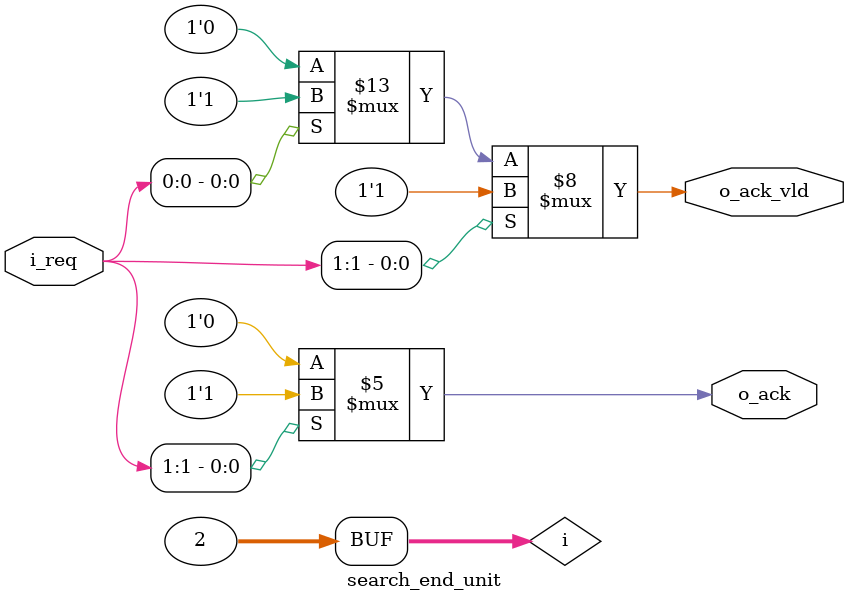
<source format=v>
`default_nettype none
`include "constants.vh"

module search_begin_unit #(
    parameter REQ_NUM = 2,
    parameter ACK_SEL = 1
)(
    input  wire [REQ_NUM-1:0] i_req,
    output reg                o_ack_vld,
    output reg  [ACK_SEL-1:0] o_ack
);

    integer i;

    // Lower bit have higher priority
    always @(*) begin
        o_ack_vld = 'd0;
        o_ack     = 'd0;
        for (i = REQ_NUM - 1; i >= 0; i = i - 1) begin
            if (i_req[i]) begin
                o_ack_vld = 'd1;
                o_ack     = i;
            end
            // Generate latch
        end
    end

endmodule

module search_end_unit #(
    parameter REQ_NUM = 2,
    parameter ACK_SEL = 1
)(
    input  wire [REQ_NUM-1:0] i_req,
    output reg                o_ack_vld,
    output reg  [ACK_SEL-1:0] o_ack
);

    integer i;

    // Higher bit have higher priority
    always @(*) begin
        o_ack_vld = 'd0;
        o_ack     = 'd0;
        for (i = 0; i < REQ_NUM; i = i + 1) begin
            if (i_req[i]) begin
                o_ack_vld = 'd1;
                o_ack     = i;
            end
            // Generate latch
        end
    end
    
endmodule

`default_nettype wire

</source>
